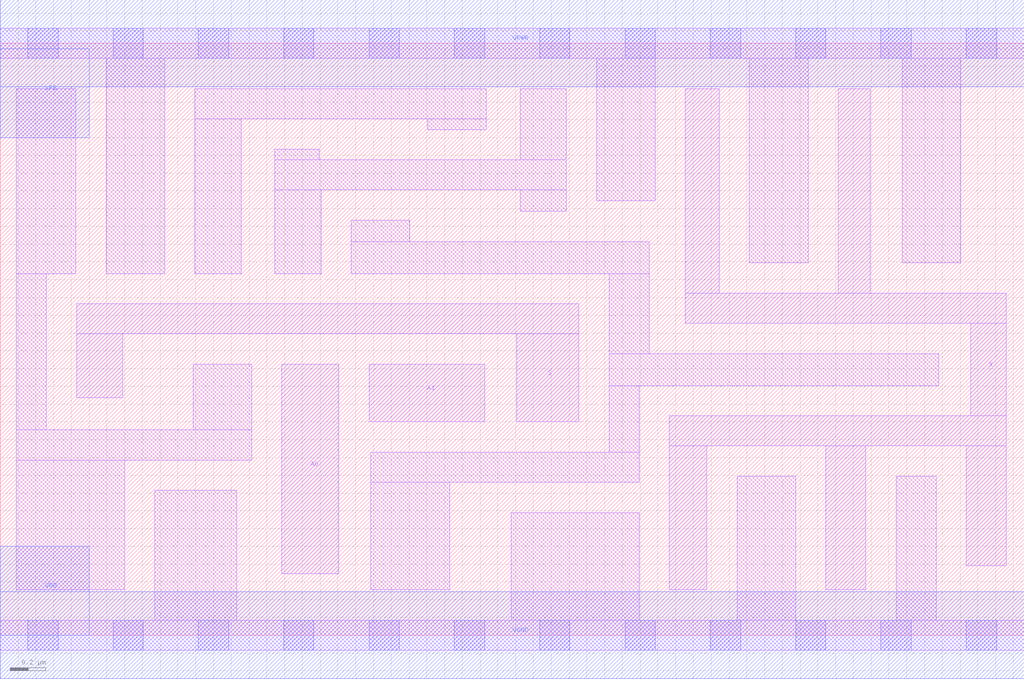
<source format=lef>
# Copyright 2020 The SkyWater PDK Authors
#
# Licensed under the Apache License, Version 2.0 (the "License");
# you may not use this file except in compliance with the License.
# You may obtain a copy of the License at
#
#     https://www.apache.org/licenses/LICENSE-2.0
#
# Unless required by applicable law or agreed to in writing, software
# distributed under the License is distributed on an "AS IS" BASIS,
# WITHOUT WARRANTIES OR CONDITIONS OF ANY KIND, either express or implied.
# See the License for the specific language governing permissions and
# limitations under the License.
#
# SPDX-License-Identifier: Apache-2.0

VERSION 5.5 ;
NAMESCASESENSITIVE ON ;
BUSBITCHARS "[]" ;
DIVIDERCHAR "/" ;
MACRO sky130_fd_sc_lp__mux2_4
  CLASS CORE ;
  SOURCE USER ;
  ORIGIN  0.000000  0.000000 ;
  SIZE  5.760000 BY  3.330000 ;
  SYMMETRY X Y R90 ;
  SITE unit ;
  PIN A0
    ANTENNAGATEAREA  0.315000 ;
    DIRECTION INPUT ;
    USE SIGNAL ;
    PORT
      LAYER li1 ;
        RECT 1.585000 0.345000 1.905000 1.525000 ;
    END
  END A0
  PIN A1
    ANTENNAGATEAREA  0.315000 ;
    DIRECTION INPUT ;
    USE SIGNAL ;
    PORT
      LAYER li1 ;
        RECT 2.075000 1.200000 2.725000 1.525000 ;
    END
  END A1
  PIN S
    ANTENNAGATEAREA  0.630000 ;
    DIRECTION INPUT ;
    USE SIGNAL ;
    PORT
      LAYER li1 ;
        RECT 0.430000 1.335000 0.690000 1.695000 ;
        RECT 0.430000 1.695000 3.255000 1.865000 ;
        RECT 2.905000 1.200000 3.255000 1.695000 ;
    END
  END S
  PIN X
    ANTENNADIFFAREA  1.176000 ;
    DIRECTION OUTPUT ;
    USE SIGNAL ;
    PORT
      LAYER li1 ;
        RECT 3.765000 0.255000 3.975000 1.065000 ;
        RECT 3.765000 1.065000 5.660000 1.235000 ;
        RECT 3.855000 1.755000 5.660000 1.925000 ;
        RECT 3.855000 1.925000 4.045000 3.075000 ;
        RECT 4.645000 0.255000 4.870000 1.065000 ;
        RECT 4.715000 1.925000 4.895000 3.075000 ;
        RECT 5.435000 0.390000 5.660000 1.065000 ;
        RECT 5.460000 1.235000 5.660000 1.755000 ;
    END
  END X
  PIN VGND
    DIRECTION INOUT ;
    USE GROUND ;
    PORT
      LAYER met1 ;
        RECT 0.000000 -0.245000 5.760000 0.245000 ;
    END
  END VGND
  PIN VNB
    DIRECTION INOUT ;
    USE GROUND ;
    PORT
      LAYER met1 ;
        RECT 0.000000 0.000000 0.500000 0.500000 ;
    END
  END VNB
  PIN VPB
    DIRECTION INOUT ;
    USE POWER ;
    PORT
      LAYER met1 ;
        RECT 0.000000 2.800000 0.500000 3.300000 ;
    END
  END VPB
  PIN VPWR
    DIRECTION INOUT ;
    USE POWER ;
    PORT
      LAYER met1 ;
        RECT 0.000000 3.085000 5.760000 3.575000 ;
    END
  END VPWR
  OBS
    LAYER li1 ;
      RECT 0.000000 -0.085000 5.760000 0.085000 ;
      RECT 0.000000  3.245000 5.760000 3.415000 ;
      RECT 0.090000  0.255000 0.700000 0.985000 ;
      RECT 0.090000  0.985000 1.415000 1.155000 ;
      RECT 0.090000  1.155000 0.260000 2.035000 ;
      RECT 0.090000  2.035000 0.425000 3.075000 ;
      RECT 0.595000  2.035000 0.925000 3.245000 ;
      RECT 0.870000  0.085000 1.330000 0.815000 ;
      RECT 1.085000  1.155000 1.415000 1.525000 ;
      RECT 1.095000  2.035000 1.355000 2.905000 ;
      RECT 1.095000  2.905000 2.735000 3.075000 ;
      RECT 1.545000  2.035000 1.805000 2.505000 ;
      RECT 1.545000  2.505000 3.185000 2.675000 ;
      RECT 1.545000  2.675000 1.795000 2.735000 ;
      RECT 1.975000  2.035000 3.650000 2.215000 ;
      RECT 1.975000  2.215000 2.305000 2.335000 ;
      RECT 2.085000  0.255000 2.530000 0.860000 ;
      RECT 2.085000  0.860000 3.595000 1.030000 ;
      RECT 2.405000  2.845000 2.735000 2.905000 ;
      RECT 2.875000  0.085000 3.595000 0.690000 ;
      RECT 2.925000  2.385000 3.185000 2.505000 ;
      RECT 2.925000  2.675000 3.185000 3.075000 ;
      RECT 3.355000  2.445000 3.685000 3.245000 ;
      RECT 3.425000  1.030000 3.595000 1.405000 ;
      RECT 3.425000  1.405000 5.280000 1.585000 ;
      RECT 3.425000  1.585000 3.650000 2.035000 ;
      RECT 4.145000  0.085000 4.475000 0.895000 ;
      RECT 4.215000  2.095000 4.545000 3.245000 ;
      RECT 5.040000  0.085000 5.265000 0.895000 ;
      RECT 5.075000  2.095000 5.405000 3.245000 ;
    LAYER mcon ;
      RECT 0.155000 -0.085000 0.325000 0.085000 ;
      RECT 0.155000  3.245000 0.325000 3.415000 ;
      RECT 0.635000 -0.085000 0.805000 0.085000 ;
      RECT 0.635000  3.245000 0.805000 3.415000 ;
      RECT 1.115000 -0.085000 1.285000 0.085000 ;
      RECT 1.115000  3.245000 1.285000 3.415000 ;
      RECT 1.595000 -0.085000 1.765000 0.085000 ;
      RECT 1.595000  3.245000 1.765000 3.415000 ;
      RECT 2.075000 -0.085000 2.245000 0.085000 ;
      RECT 2.075000  3.245000 2.245000 3.415000 ;
      RECT 2.555000 -0.085000 2.725000 0.085000 ;
      RECT 2.555000  3.245000 2.725000 3.415000 ;
      RECT 3.035000 -0.085000 3.205000 0.085000 ;
      RECT 3.035000  3.245000 3.205000 3.415000 ;
      RECT 3.515000 -0.085000 3.685000 0.085000 ;
      RECT 3.515000  3.245000 3.685000 3.415000 ;
      RECT 3.995000 -0.085000 4.165000 0.085000 ;
      RECT 3.995000  3.245000 4.165000 3.415000 ;
      RECT 4.475000 -0.085000 4.645000 0.085000 ;
      RECT 4.475000  3.245000 4.645000 3.415000 ;
      RECT 4.955000 -0.085000 5.125000 0.085000 ;
      RECT 4.955000  3.245000 5.125000 3.415000 ;
      RECT 5.435000 -0.085000 5.605000 0.085000 ;
      RECT 5.435000  3.245000 5.605000 3.415000 ;
  END
END sky130_fd_sc_lp__mux2_4

</source>
